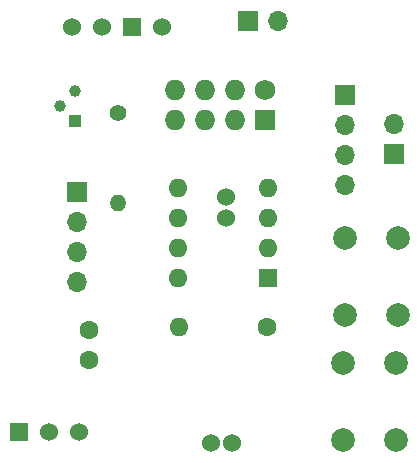
<source format=gbr>
G04 #@! TF.GenerationSoftware,KiCad,Pcbnew,5.0.0-fee4fd1~66~ubuntu16.04.1*
G04 #@! TF.CreationDate,2018-08-17T12:37:58+02:00*
G04 #@! TF.ProjectId,Garden_Guardian,47617264656E5F477561726469616E2E,rev?*
G04 #@! TF.SameCoordinates,Original*
G04 #@! TF.FileFunction,Soldermask,Bot*
G04 #@! TF.FilePolarity,Negative*
%FSLAX46Y46*%
G04 Gerber Fmt 4.6, Leading zero omitted, Abs format (unit mm)*
G04 Created by KiCad (PCBNEW 5.0.0-fee4fd1~66~ubuntu16.04.1) date Fri Aug 17 12:37:58 2018*
%MOMM*%
%LPD*%
G01*
G04 APERTURE LIST*
%ADD10C,1.524000*%
%ADD11R,1.524000X1.524000*%
%ADD12O,1.600000X1.600000*%
%ADD13C,1.600000*%
%ADD14O,1.700000X1.700000*%
%ADD15R,1.700000X1.700000*%
%ADD16R,1.000000X1.000000*%
%ADD17C,1.000000*%
%ADD18C,2.000000*%
%ADD19C,1.727200*%
%ADD20R,1.727200X1.727200*%
%ADD21O,1.727200X1.727200*%
%ADD22R,1.600000X1.600000*%
%ADD23C,1.400000*%
%ADD24O,1.400000X1.400000*%
G04 APERTURE END LIST*
D10*
G04 #@! TO.C,U103*
X150320000Y-75696000D03*
X152860000Y-75696000D03*
D11*
X155400000Y-75696000D03*
D10*
X157940000Y-75696000D03*
G04 #@! TD*
G04 #@! TO.C,U104*
X150882000Y-109975000D03*
X148342000Y-109975000D03*
D11*
X145802000Y-109975000D03*
G04 #@! TD*
D12*
G04 #@! TO.C,C101*
X159310000Y-101070000D03*
D13*
X166810000Y-101070000D03*
G04 #@! TD*
D14*
G04 #@! TO.C,J101*
X167750000Y-75210000D03*
D15*
X165210000Y-75210000D03*
G04 #@! TD*
G04 #@! TO.C,J102*
X173410000Y-81480000D03*
D14*
X173410000Y-84020000D03*
X173410000Y-86560000D03*
X173410000Y-89100000D03*
G04 #@! TD*
G04 #@! TO.C,J103*
X150680000Y-97250000D03*
X150680000Y-94710000D03*
X150680000Y-92170000D03*
D15*
X150680000Y-89630000D03*
G04 #@! TD*
D14*
G04 #@! TO.C,JP101*
X177540000Y-83860000D03*
D15*
X177540000Y-86400000D03*
G04 #@! TD*
D16*
G04 #@! TO.C,Q101*
X150580000Y-83610000D03*
D17*
X150580000Y-81070000D03*
X149310000Y-82340000D03*
G04 #@! TD*
D18*
G04 #@! TO.C,SW101*
X173230000Y-104160000D03*
X177730000Y-104160000D03*
X173230000Y-110660000D03*
X177730000Y-110660000D03*
G04 #@! TD*
G04 #@! TO.C,SW102*
X177920000Y-100050000D03*
X173420000Y-100050000D03*
X177920000Y-93550000D03*
X173420000Y-93550000D03*
G04 #@! TD*
D19*
G04 #@! TO.C,U101*
X166630000Y-81010000D03*
D20*
X166630000Y-83550000D03*
D21*
X164090000Y-81010000D03*
X164090000Y-83550000D03*
X161550000Y-81010000D03*
X161550000Y-83550000D03*
X159010000Y-81010000D03*
X159010000Y-83550000D03*
G04 #@! TD*
D12*
G04 #@! TO.C,U102*
X159300000Y-96970000D03*
X166920000Y-89350000D03*
X159300000Y-94430000D03*
X166920000Y-91890000D03*
X159300000Y-91890000D03*
X166920000Y-94430000D03*
X159300000Y-89350000D03*
D22*
X166920000Y-96970000D03*
G04 #@! TD*
D23*
G04 #@! TO.C,R109*
X154180000Y-83000000D03*
D24*
X154180000Y-90620000D03*
G04 #@! TD*
D13*
G04 #@! TO.C,R102*
X151730000Y-103850000D03*
X151730000Y-101310000D03*
G04 #@! TD*
D10*
G04 #@! TO.C,U106*
X163799000Y-110908000D03*
X162021000Y-110908000D03*
G04 #@! TD*
G04 #@! TO.C,U107*
X163322000Y-91819000D03*
X163322000Y-90041000D03*
G04 #@! TD*
M02*

</source>
